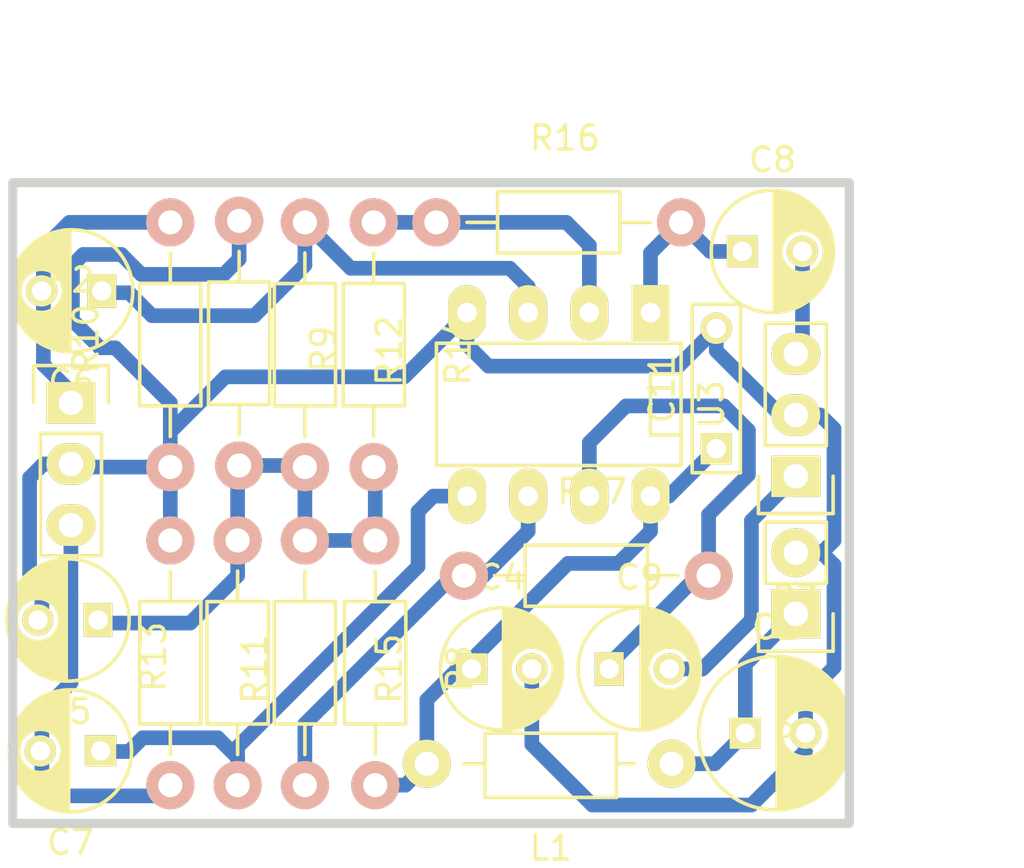
<source format=kicad_pcb>
(kicad_pcb (version 4) (host pcbnew 0.201511171411+6319~30~ubuntu14.04.1-product)

  (general
    (links 40)
    (no_connects 0)
    (area 161.670999 126.174499 196.786501 153.162001)
    (thickness 1.6002)
    (drawings 6)
    (tracks 139)
    (zones 0)
    (modules 23)
    (nets 15)
  )

  (page A4)
  (title_block
    (date "7 feb 2014")
  )

  (layers
    (0 Front signal)
    (31 Back signal)
    (32 B.Adhes user)
    (33 F.Adhes user)
    (34 B.Paste user)
    (35 F.Paste user)
    (36 B.SilkS user)
    (37 F.SilkS user)
    (38 B.Mask user)
    (39 F.Mask user)
    (40 Dwgs.User user)
    (41 Cmts.User user)
    (42 Eco1.User user)
    (43 Eco2.User user)
    (44 Edge.Cuts user)
  )

  (setup
    (last_trace_width 0.6096)
    (trace_clearance 0.254)
    (zone_clearance 0.254)
    (zone_45_only yes)
    (trace_min 0.2032)
    (segment_width 0.381)
    (edge_width 0.381)
    (via_size 0.889)
    (via_drill 0.635)
    (via_min_size 0.889)
    (via_min_drill 0.508)
    (uvia_size 0.508)
    (uvia_drill 0.127)
    (uvias_allowed no)
    (uvia_min_size 0.508)
    (uvia_min_drill 0.127)
    (pcb_text_width 0.3048)
    (pcb_text_size 1.524 2.032)
    (mod_edge_width 0.381)
    (mod_text_size 1.524 1.524)
    (mod_text_width 0.3048)
    (pad_size 1.2 1.4)
    (pad_drill 0.8)
    (pad_to_mask_clearance 0.254)
    (aux_axis_origin 0 0)
    (grid_origin 125.984 85.852)
    (visible_elements FFFEFF7F)
    (pcbplotparams
      (layerselection 0x00030_80000001)
      (usegerberextensions true)
      (excludeedgelayer true)
      (linewidth 0.150000)
      (plotframeref false)
      (viasonmask false)
      (mode 1)
      (useauxorigin false)
      (hpglpennumber 1)
      (hpglpenspeed 20)
      (hpglpendiameter 15)
      (hpglpenoverlay 0)
      (psnegative false)
      (psa4output false)
      (plotreference true)
      (plotvalue true)
      (plotinvisibletext false)
      (padsonsilk false)
      (subtractmaskfromsilk false)
      (outputformat 1)
      (mirror false)
      (drillshape 1)
      (scaleselection 1)
      (outputdirectory /home/nail/tmp/))
  )

  (net 0 "")
  (net 1 +12V)
  (net 2 AGND)
  (net 3 left_in)
  (net 4 left_out)
  (net 5 right_in)
  (net 6 right_out)
  (net 7 /12V_filtered)
  (net 8 /virtual_gnd)
  (net 9 "Net-(C8-Pad1)")
  (net 10 "Net-(C9-Pad1)")
  (net 11 "Net-(R14-Pad1)")
  (net 12 "Net-(R15-Pad2)")
  (net 13 "Net-(C6-Pad1)")
  (net 14 "Net-(C7-Pad1)")

  (net_class Default "This is the default net class."
    (clearance 0.254)
    (trace_width 0.6096)
    (via_dia 0.889)
    (via_drill 0.635)
    (uvia_dia 0.508)
    (uvia_drill 0.127)
    (add_net +12V)
    (add_net /12V_filtered)
    (add_net /virtual_gnd)
    (add_net AGND)
    (add_net "Net-(C6-Pad1)")
    (add_net "Net-(C7-Pad1)")
    (add_net "Net-(C8-Pad1)")
    (add_net "Net-(C9-Pad1)")
    (add_net "Net-(R14-Pad1)")
    (add_net "Net-(R15-Pad2)")
    (add_net left_in)
    (add_net left_out)
    (add_net right_in)
    (add_net right_out)
  )

  (net_class GND ""
    (clearance 0.254)
    (trace_width 1.39192)
    (via_dia 0.889)
    (via_drill 0.635)
    (uvia_dia 0.508)
    (uvia_drill 0.127)
  )

  (module Capacitors_ThroughHole:C_Radial_D5_L11_P2.5 (layer Front) (tedit 0) (tstamp 560E4088)
    (at 180.9115 146.558)
    (descr "Radial Electrolytic Capacitor Diameter 5mm x Length 11mm, Pitch 2.5mm")
    (tags "Electrolytic Capacitor")
    (path /52E56B09)
    (fp_text reference C4 (at 1.25 -3.8) (layer F.SilkS)
      (effects (font (size 1 1) (thickness 0.15)))
    )
    (fp_text value 47m/25V (at 1.25 3.8) (layer F.Fab)
      (effects (font (size 1 1) (thickness 0.15)))
    )
    (fp_line (start 1.325 -2.499) (end 1.325 2.499) (layer F.SilkS) (width 0.15))
    (fp_line (start 1.465 -2.491) (end 1.465 2.491) (layer F.SilkS) (width 0.15))
    (fp_line (start 1.605 -2.475) (end 1.605 -0.095) (layer F.SilkS) (width 0.15))
    (fp_line (start 1.605 0.095) (end 1.605 2.475) (layer F.SilkS) (width 0.15))
    (fp_line (start 1.745 -2.451) (end 1.745 -0.49) (layer F.SilkS) (width 0.15))
    (fp_line (start 1.745 0.49) (end 1.745 2.451) (layer F.SilkS) (width 0.15))
    (fp_line (start 1.885 -2.418) (end 1.885 -0.657) (layer F.SilkS) (width 0.15))
    (fp_line (start 1.885 0.657) (end 1.885 2.418) (layer F.SilkS) (width 0.15))
    (fp_line (start 2.025 -2.377) (end 2.025 -0.764) (layer F.SilkS) (width 0.15))
    (fp_line (start 2.025 0.764) (end 2.025 2.377) (layer F.SilkS) (width 0.15))
    (fp_line (start 2.165 -2.327) (end 2.165 -0.835) (layer F.SilkS) (width 0.15))
    (fp_line (start 2.165 0.835) (end 2.165 2.327) (layer F.SilkS) (width 0.15))
    (fp_line (start 2.305 -2.266) (end 2.305 -0.879) (layer F.SilkS) (width 0.15))
    (fp_line (start 2.305 0.879) (end 2.305 2.266) (layer F.SilkS) (width 0.15))
    (fp_line (start 2.445 -2.196) (end 2.445 -0.898) (layer F.SilkS) (width 0.15))
    (fp_line (start 2.445 0.898) (end 2.445 2.196) (layer F.SilkS) (width 0.15))
    (fp_line (start 2.585 -2.114) (end 2.585 -0.896) (layer F.SilkS) (width 0.15))
    (fp_line (start 2.585 0.896) (end 2.585 2.114) (layer F.SilkS) (width 0.15))
    (fp_line (start 2.725 -2.019) (end 2.725 -0.871) (layer F.SilkS) (width 0.15))
    (fp_line (start 2.725 0.871) (end 2.725 2.019) (layer F.SilkS) (width 0.15))
    (fp_line (start 2.865 -1.908) (end 2.865 -0.823) (layer F.SilkS) (width 0.15))
    (fp_line (start 2.865 0.823) (end 2.865 1.908) (layer F.SilkS) (width 0.15))
    (fp_line (start 3.005 -1.78) (end 3.005 -0.745) (layer F.SilkS) (width 0.15))
    (fp_line (start 3.005 0.745) (end 3.005 1.78) (layer F.SilkS) (width 0.15))
    (fp_line (start 3.145 -1.631) (end 3.145 -0.628) (layer F.SilkS) (width 0.15))
    (fp_line (start 3.145 0.628) (end 3.145 1.631) (layer F.SilkS) (width 0.15))
    (fp_line (start 3.285 -1.452) (end 3.285 -0.44) (layer F.SilkS) (width 0.15))
    (fp_line (start 3.285 0.44) (end 3.285 1.452) (layer F.SilkS) (width 0.15))
    (fp_line (start 3.425 -1.233) (end 3.425 1.233) (layer F.SilkS) (width 0.15))
    (fp_line (start 3.565 -0.944) (end 3.565 0.944) (layer F.SilkS) (width 0.15))
    (fp_line (start 3.705 -0.472) (end 3.705 0.472) (layer F.SilkS) (width 0.15))
    (fp_circle (center 2.5 0) (end 2.5 -0.9) (layer F.SilkS) (width 0.15))
    (fp_circle (center 1.25 0) (end 1.25 -2.5375) (layer F.SilkS) (width 0.15))
    (fp_circle (center 1.25 0) (end 1.25 -2.8) (layer F.CrtYd) (width 0.05))
    (pad 1 thru_hole rect (at 0 0) (size 1.3 1.3) (drill 0.8) (layers *.Cu *.Mask F.SilkS)
      (net 7 /12V_filtered))
    (pad 2 thru_hole circle (at 2.5 0) (size 1.3 1.3) (drill 0.8) (layers *.Cu *.Mask F.SilkS)
      (net 2 AGND))
    (model Capacitors_ThroughHole.3dshapes/C_Radial_D5_L11_P2.5.wrl
      (at (xyz 0.049213 0 0))
      (scale (xyz 1 1 1))
      (rotate (xyz 0 0 90))
    )
  )

  (module Capacitors_ThroughHole:C_Radial_D5_L11_P2.5 (layer Front) (tedit 56153756) (tstamp 560E40E9)
    (at 186.6265 146.558)
    (descr "Radial Electrolytic Capacitor Diameter 5mm x Length 11mm, Pitch 2.5mm")
    (tags "Electrolytic Capacitor")
    (path /52D3D123)
    (fp_text reference C9 (at 1.25 -3.8) (layer F.SilkS)
      (effects (font (size 1 1) (thickness 0.15)))
    )
    (fp_text value 47m/25V (at 1.25 3.8) (layer F.Fab)
      (effects (font (size 1 1) (thickness 0.15)))
    )
    (fp_line (start 1.325 -2.499) (end 1.325 2.499) (layer F.SilkS) (width 0.15))
    (fp_line (start 1.465 -2.491) (end 1.465 2.491) (layer F.SilkS) (width 0.15))
    (fp_line (start 1.605 -2.475) (end 1.605 -0.095) (layer F.SilkS) (width 0.15))
    (fp_line (start 1.605 0.095) (end 1.605 2.475) (layer F.SilkS) (width 0.15))
    (fp_line (start 1.745 -2.451) (end 1.745 -0.49) (layer F.SilkS) (width 0.15))
    (fp_line (start 1.745 0.49) (end 1.745 2.451) (layer F.SilkS) (width 0.15))
    (fp_line (start 1.885 -2.418) (end 1.885 -0.657) (layer F.SilkS) (width 0.15))
    (fp_line (start 1.885 0.657) (end 1.885 2.418) (layer F.SilkS) (width 0.15))
    (fp_line (start 2.025 -2.377) (end 2.025 -0.764) (layer F.SilkS) (width 0.15))
    (fp_line (start 2.025 0.764) (end 2.025 2.377) (layer F.SilkS) (width 0.15))
    (fp_line (start 2.165 -2.327) (end 2.165 -0.835) (layer F.SilkS) (width 0.15))
    (fp_line (start 2.165 0.835) (end 2.165 2.327) (layer F.SilkS) (width 0.15))
    (fp_line (start 2.305 -2.266) (end 2.305 -0.879) (layer F.SilkS) (width 0.15))
    (fp_line (start 2.305 0.879) (end 2.305 2.266) (layer F.SilkS) (width 0.15))
    (fp_line (start 2.445 -2.196) (end 2.445 -0.898) (layer F.SilkS) (width 0.15))
    (fp_line (start 2.445 0.898) (end 2.445 2.196) (layer F.SilkS) (width 0.15))
    (fp_line (start 2.585 -2.114) (end 2.585 -0.896) (layer F.SilkS) (width 0.15))
    (fp_line (start 2.585 0.896) (end 2.585 2.114) (layer F.SilkS) (width 0.15))
    (fp_line (start 2.725 -2.019) (end 2.725 -0.871) (layer F.SilkS) (width 0.15))
    (fp_line (start 2.725 0.871) (end 2.725 2.019) (layer F.SilkS) (width 0.15))
    (fp_line (start 2.865 -1.908) (end 2.865 -0.823) (layer F.SilkS) (width 0.15))
    (fp_line (start 2.865 0.823) (end 2.865 1.908) (layer F.SilkS) (width 0.15))
    (fp_line (start 3.005 -1.78) (end 3.005 -0.745) (layer F.SilkS) (width 0.15))
    (fp_line (start 3.005 0.745) (end 3.005 1.78) (layer F.SilkS) (width 0.15))
    (fp_line (start 3.145 -1.631) (end 3.145 -0.628) (layer F.SilkS) (width 0.15))
    (fp_line (start 3.145 0.628) (end 3.145 1.631) (layer F.SilkS) (width 0.15))
    (fp_line (start 3.285 -1.452) (end 3.285 -0.44) (layer F.SilkS) (width 0.15))
    (fp_line (start 3.285 0.44) (end 3.285 1.452) (layer F.SilkS) (width 0.15))
    (fp_line (start 3.425 -1.233) (end 3.425 1.233) (layer F.SilkS) (width 0.15))
    (fp_line (start 3.565 -0.944) (end 3.565 0.944) (layer F.SilkS) (width 0.15))
    (fp_line (start 3.705 -0.472) (end 3.705 0.472) (layer F.SilkS) (width 0.15))
    (fp_circle (center 2.5 0) (end 2.5 -0.9) (layer F.SilkS) (width 0.15))
    (fp_circle (center 1.25 0) (end 1.25 -2.5375) (layer F.SilkS) (width 0.15))
    (fp_circle (center 1.25 0) (end 1.25 -2.8) (layer F.CrtYd) (width 0.05))
    (pad 1 thru_hole rect (at 0 0) (size 1.2 1.4) (drill 0.8) (layers *.Cu *.Mask F.SilkS)
      (net 10 "Net-(C9-Pad1)"))
    (pad 2 thru_hole circle (at 2.5 0) (size 1.3 1.3) (drill 0.8) (layers *.Cu *.Mask F.SilkS)
      (net 4 left_out))
    (model Capacitors_ThroughHole.3dshapes/C_Radial_D5_L11_P2.5.wrl
      (at (xyz 0.049213 0 0))
      (scale (xyz 1 1 1))
      (rotate (xyz 0 0 90))
    )
  )

  (module Capacitors_ThroughHole:C_Radial_D5_L11_P2.5 (layer Front) (tedit 0) (tstamp 560E40D0)
    (at 192.151 129.2225)
    (descr "Radial Electrolytic Capacitor Diameter 5mm x Length 11mm, Pitch 2.5mm")
    (tags "Electrolytic Capacitor")
    (path /52D3D12D)
    (fp_text reference C8 (at 1.25 -3.8) (layer F.SilkS)
      (effects (font (size 1 1) (thickness 0.15)))
    )
    (fp_text value 47m/25V (at 1.25 3.8) (layer F.Fab)
      (effects (font (size 1 1) (thickness 0.15)))
    )
    (fp_line (start 1.325 -2.499) (end 1.325 2.499) (layer F.SilkS) (width 0.15))
    (fp_line (start 1.465 -2.491) (end 1.465 2.491) (layer F.SilkS) (width 0.15))
    (fp_line (start 1.605 -2.475) (end 1.605 -0.095) (layer F.SilkS) (width 0.15))
    (fp_line (start 1.605 0.095) (end 1.605 2.475) (layer F.SilkS) (width 0.15))
    (fp_line (start 1.745 -2.451) (end 1.745 -0.49) (layer F.SilkS) (width 0.15))
    (fp_line (start 1.745 0.49) (end 1.745 2.451) (layer F.SilkS) (width 0.15))
    (fp_line (start 1.885 -2.418) (end 1.885 -0.657) (layer F.SilkS) (width 0.15))
    (fp_line (start 1.885 0.657) (end 1.885 2.418) (layer F.SilkS) (width 0.15))
    (fp_line (start 2.025 -2.377) (end 2.025 -0.764) (layer F.SilkS) (width 0.15))
    (fp_line (start 2.025 0.764) (end 2.025 2.377) (layer F.SilkS) (width 0.15))
    (fp_line (start 2.165 -2.327) (end 2.165 -0.835) (layer F.SilkS) (width 0.15))
    (fp_line (start 2.165 0.835) (end 2.165 2.327) (layer F.SilkS) (width 0.15))
    (fp_line (start 2.305 -2.266) (end 2.305 -0.879) (layer F.SilkS) (width 0.15))
    (fp_line (start 2.305 0.879) (end 2.305 2.266) (layer F.SilkS) (width 0.15))
    (fp_line (start 2.445 -2.196) (end 2.445 -0.898) (layer F.SilkS) (width 0.15))
    (fp_line (start 2.445 0.898) (end 2.445 2.196) (layer F.SilkS) (width 0.15))
    (fp_line (start 2.585 -2.114) (end 2.585 -0.896) (layer F.SilkS) (width 0.15))
    (fp_line (start 2.585 0.896) (end 2.585 2.114) (layer F.SilkS) (width 0.15))
    (fp_line (start 2.725 -2.019) (end 2.725 -0.871) (layer F.SilkS) (width 0.15))
    (fp_line (start 2.725 0.871) (end 2.725 2.019) (layer F.SilkS) (width 0.15))
    (fp_line (start 2.865 -1.908) (end 2.865 -0.823) (layer F.SilkS) (width 0.15))
    (fp_line (start 2.865 0.823) (end 2.865 1.908) (layer F.SilkS) (width 0.15))
    (fp_line (start 3.005 -1.78) (end 3.005 -0.745) (layer F.SilkS) (width 0.15))
    (fp_line (start 3.005 0.745) (end 3.005 1.78) (layer F.SilkS) (width 0.15))
    (fp_line (start 3.145 -1.631) (end 3.145 -0.628) (layer F.SilkS) (width 0.15))
    (fp_line (start 3.145 0.628) (end 3.145 1.631) (layer F.SilkS) (width 0.15))
    (fp_line (start 3.285 -1.452) (end 3.285 -0.44) (layer F.SilkS) (width 0.15))
    (fp_line (start 3.285 0.44) (end 3.285 1.452) (layer F.SilkS) (width 0.15))
    (fp_line (start 3.425 -1.233) (end 3.425 1.233) (layer F.SilkS) (width 0.15))
    (fp_line (start 3.565 -0.944) (end 3.565 0.944) (layer F.SilkS) (width 0.15))
    (fp_line (start 3.705 -0.472) (end 3.705 0.472) (layer F.SilkS) (width 0.15))
    (fp_circle (center 2.5 0) (end 2.5 -0.9) (layer F.SilkS) (width 0.15))
    (fp_circle (center 1.25 0) (end 1.25 -2.5375) (layer F.SilkS) (width 0.15))
    (fp_circle (center 1.25 0) (end 1.25 -2.8) (layer F.CrtYd) (width 0.05))
    (pad 1 thru_hole rect (at 0 0) (size 1.3 1.3) (drill 0.8) (layers *.Cu *.Mask F.SilkS)
      (net 9 "Net-(C8-Pad1)"))
    (pad 2 thru_hole circle (at 2.5 0) (size 1.3 1.3) (drill 0.8) (layers *.Cu *.Mask F.SilkS)
      (net 6 right_out))
    (model Capacitors_ThroughHole.3dshapes/C_Radial_D5_L11_P2.5.wrl
      (at (xyz 0.049213 0 0))
      (scale (xyz 1 1 1))
      (rotate (xyz 0 0 90))
    )
  )

  (module Capacitors_ThroughHole:C_Radial_D5_L11_P2.5 (layer Front) (tedit 0) (tstamp 560E40B7)
    (at 165.5064 149.9616 180)
    (descr "Radial Electrolytic Capacitor Diameter 5mm x Length 11mm, Pitch 2.5mm")
    (tags "Electrolytic Capacitor")
    (path /52D3C91A)
    (fp_text reference C7 (at 1.25 -3.8 180) (layer F.SilkS)
      (effects (font (size 1 1) (thickness 0.15)))
    )
    (fp_text value 10m/16V (at 1.25 3.8 180) (layer F.Fab)
      (effects (font (size 1 1) (thickness 0.15)))
    )
    (fp_line (start 1.325 -2.499) (end 1.325 2.499) (layer F.SilkS) (width 0.15))
    (fp_line (start 1.465 -2.491) (end 1.465 2.491) (layer F.SilkS) (width 0.15))
    (fp_line (start 1.605 -2.475) (end 1.605 -0.095) (layer F.SilkS) (width 0.15))
    (fp_line (start 1.605 0.095) (end 1.605 2.475) (layer F.SilkS) (width 0.15))
    (fp_line (start 1.745 -2.451) (end 1.745 -0.49) (layer F.SilkS) (width 0.15))
    (fp_line (start 1.745 0.49) (end 1.745 2.451) (layer F.SilkS) (width 0.15))
    (fp_line (start 1.885 -2.418) (end 1.885 -0.657) (layer F.SilkS) (width 0.15))
    (fp_line (start 1.885 0.657) (end 1.885 2.418) (layer F.SilkS) (width 0.15))
    (fp_line (start 2.025 -2.377) (end 2.025 -0.764) (layer F.SilkS) (width 0.15))
    (fp_line (start 2.025 0.764) (end 2.025 2.377) (layer F.SilkS) (width 0.15))
    (fp_line (start 2.165 -2.327) (end 2.165 -0.835) (layer F.SilkS) (width 0.15))
    (fp_line (start 2.165 0.835) (end 2.165 2.327) (layer F.SilkS) (width 0.15))
    (fp_line (start 2.305 -2.266) (end 2.305 -0.879) (layer F.SilkS) (width 0.15))
    (fp_line (start 2.305 0.879) (end 2.305 2.266) (layer F.SilkS) (width 0.15))
    (fp_line (start 2.445 -2.196) (end 2.445 -0.898) (layer F.SilkS) (width 0.15))
    (fp_line (start 2.445 0.898) (end 2.445 2.196) (layer F.SilkS) (width 0.15))
    (fp_line (start 2.585 -2.114) (end 2.585 -0.896) (layer F.SilkS) (width 0.15))
    (fp_line (start 2.585 0.896) (end 2.585 2.114) (layer F.SilkS) (width 0.15))
    (fp_line (start 2.725 -2.019) (end 2.725 -0.871) (layer F.SilkS) (width 0.15))
    (fp_line (start 2.725 0.871) (end 2.725 2.019) (layer F.SilkS) (width 0.15))
    (fp_line (start 2.865 -1.908) (end 2.865 -0.823) (layer F.SilkS) (width 0.15))
    (fp_line (start 2.865 0.823) (end 2.865 1.908) (layer F.SilkS) (width 0.15))
    (fp_line (start 3.005 -1.78) (end 3.005 -0.745) (layer F.SilkS) (width 0.15))
    (fp_line (start 3.005 0.745) (end 3.005 1.78) (layer F.SilkS) (width 0.15))
    (fp_line (start 3.145 -1.631) (end 3.145 -0.628) (layer F.SilkS) (width 0.15))
    (fp_line (start 3.145 0.628) (end 3.145 1.631) (layer F.SilkS) (width 0.15))
    (fp_line (start 3.285 -1.452) (end 3.285 -0.44) (layer F.SilkS) (width 0.15))
    (fp_line (start 3.285 0.44) (end 3.285 1.452) (layer F.SilkS) (width 0.15))
    (fp_line (start 3.425 -1.233) (end 3.425 1.233) (layer F.SilkS) (width 0.15))
    (fp_line (start 3.565 -0.944) (end 3.565 0.944) (layer F.SilkS) (width 0.15))
    (fp_line (start 3.705 -0.472) (end 3.705 0.472) (layer F.SilkS) (width 0.15))
    (fp_circle (center 2.5 0) (end 2.5 -0.9) (layer F.SilkS) (width 0.15))
    (fp_circle (center 1.25 0) (end 1.25 -2.5375) (layer F.SilkS) (width 0.15))
    (fp_circle (center 1.25 0) (end 1.25 -2.8) (layer F.CrtYd) (width 0.05))
    (pad 1 thru_hole rect (at 0 0 180) (size 1.3 1.3) (drill 0.8) (layers *.Cu *.Mask F.SilkS)
      (net 14 "Net-(C7-Pad1)"))
    (pad 2 thru_hole circle (at 2.5 0 180) (size 1.3 1.3) (drill 0.8) (layers *.Cu *.Mask F.SilkS)
      (net 3 left_in))
    (model Capacitors_ThroughHole.3dshapes/C_Radial_D5_L11_P2.5.wrl
      (at (xyz 0.049213 0 0))
      (scale (xyz 1 1 1))
      (rotate (xyz 0 0 90))
    )
  )

  (module Capacitors_ThroughHole:C_Radial_D5_L11_P2.5 (layer Front) (tedit 561537BC) (tstamp 560E409E)
    (at 165.5572 130.8608 180)
    (descr "Radial Electrolytic Capacitor Diameter 5mm x Length 11mm, Pitch 2.5mm")
    (tags "Electrolytic Capacitor")
    (path /52D3C8BA)
    (fp_text reference C6 (at 1.25 -3.8 180) (layer F.SilkS)
      (effects (font (size 1 1) (thickness 0.15)))
    )
    (fp_text value 10m/16V (at 1.25 3.8 180) (layer F.Fab)
      (effects (font (size 1 1) (thickness 0.15)))
    )
    (fp_line (start 1.325 -2.499) (end 1.325 2.499) (layer F.SilkS) (width 0.15))
    (fp_line (start 1.465 -2.491) (end 1.465 2.491) (layer F.SilkS) (width 0.15))
    (fp_line (start 1.605 -2.475) (end 1.605 -0.095) (layer F.SilkS) (width 0.15))
    (fp_line (start 1.605 0.095) (end 1.605 2.475) (layer F.SilkS) (width 0.15))
    (fp_line (start 1.745 -2.451) (end 1.745 -0.49) (layer F.SilkS) (width 0.15))
    (fp_line (start 1.745 0.49) (end 1.745 2.451) (layer F.SilkS) (width 0.15))
    (fp_line (start 1.885 -2.418) (end 1.885 -0.657) (layer F.SilkS) (width 0.15))
    (fp_line (start 1.885 0.657) (end 1.885 2.418) (layer F.SilkS) (width 0.15))
    (fp_line (start 2.025 -2.377) (end 2.025 -0.764) (layer F.SilkS) (width 0.15))
    (fp_line (start 2.025 0.764) (end 2.025 2.377) (layer F.SilkS) (width 0.15))
    (fp_line (start 2.165 -2.327) (end 2.165 -0.835) (layer F.SilkS) (width 0.15))
    (fp_line (start 2.165 0.835) (end 2.165 2.327) (layer F.SilkS) (width 0.15))
    (fp_line (start 2.305 -2.266) (end 2.305 -0.879) (layer F.SilkS) (width 0.15))
    (fp_line (start 2.305 0.879) (end 2.305 2.266) (layer F.SilkS) (width 0.15))
    (fp_line (start 2.445 -2.196) (end 2.445 -0.898) (layer F.SilkS) (width 0.15))
    (fp_line (start 2.445 0.898) (end 2.445 2.196) (layer F.SilkS) (width 0.15))
    (fp_line (start 2.585 -2.114) (end 2.585 -0.896) (layer F.SilkS) (width 0.15))
    (fp_line (start 2.585 0.896) (end 2.585 2.114) (layer F.SilkS) (width 0.15))
    (fp_line (start 2.725 -2.019) (end 2.725 -0.871) (layer F.SilkS) (width 0.15))
    (fp_line (start 2.725 0.871) (end 2.725 2.019) (layer F.SilkS) (width 0.15))
    (fp_line (start 2.865 -1.908) (end 2.865 -0.823) (layer F.SilkS) (width 0.15))
    (fp_line (start 2.865 0.823) (end 2.865 1.908) (layer F.SilkS) (width 0.15))
    (fp_line (start 3.005 -1.78) (end 3.005 -0.745) (layer F.SilkS) (width 0.15))
    (fp_line (start 3.005 0.745) (end 3.005 1.78) (layer F.SilkS) (width 0.15))
    (fp_line (start 3.145 -1.631) (end 3.145 -0.628) (layer F.SilkS) (width 0.15))
    (fp_line (start 3.145 0.628) (end 3.145 1.631) (layer F.SilkS) (width 0.15))
    (fp_line (start 3.285 -1.452) (end 3.285 -0.44) (layer F.SilkS) (width 0.15))
    (fp_line (start 3.285 0.44) (end 3.285 1.452) (layer F.SilkS) (width 0.15))
    (fp_line (start 3.425 -1.233) (end 3.425 1.233) (layer F.SilkS) (width 0.15))
    (fp_line (start 3.565 -0.944) (end 3.565 0.944) (layer F.SilkS) (width 0.15))
    (fp_line (start 3.705 -0.472) (end 3.705 0.472) (layer F.SilkS) (width 0.15))
    (fp_circle (center 2.5 0) (end 2.5 -0.9) (layer F.SilkS) (width 0.15))
    (fp_circle (center 1.25 0) (end 1.25 -2.5375) (layer F.SilkS) (width 0.15))
    (fp_circle (center 1.25 0) (end 1.25 -2.8) (layer F.CrtYd) (width 0.05))
    (pad 1 thru_hole rect (at 0 0 180) (size 1.2 1.4) (drill 0.8) (layers *.Cu *.Mask F.SilkS)
      (net 13 "Net-(C6-Pad1)"))
    (pad 2 thru_hole circle (at 2.5 0 180) (size 1.3 1.3) (drill 0.8) (layers *.Cu *.Mask F.SilkS)
      (net 5 right_in))
    (model Capacitors_ThroughHole.3dshapes/C_Radial_D5_L11_P2.5.wrl
      (at (xyz 0.049213 0 0))
      (scale (xyz 1 1 1))
      (rotate (xyz 0 0 90))
    )
  )

  (module Pin_Headers:Pin_Header_Straight_1x03 (layer Front) (tedit 0) (tstamp 560E65B3)
    (at 164.2745 135.509)
    (descr "Through hole pin header")
    (tags "pin header")
    (path /54F9D9C9)
    (fp_text reference P2 (at 0 -5.1) (layer F.SilkS)
      (effects (font (size 1 1) (thickness 0.15)))
    )
    (fp_text value CONN_01X03 (at 0 -3.1) (layer F.Fab)
      (effects (font (size 1 1) (thickness 0.15)))
    )
    (fp_line (start -1.75 -1.75) (end -1.75 6.85) (layer F.CrtYd) (width 0.05))
    (fp_line (start 1.75 -1.75) (end 1.75 6.85) (layer F.CrtYd) (width 0.05))
    (fp_line (start -1.75 -1.75) (end 1.75 -1.75) (layer F.CrtYd) (width 0.05))
    (fp_line (start -1.75 6.85) (end 1.75 6.85) (layer F.CrtYd) (width 0.05))
    (fp_line (start -1.27 1.27) (end -1.27 6.35) (layer F.SilkS) (width 0.15))
    (fp_line (start -1.27 6.35) (end 1.27 6.35) (layer F.SilkS) (width 0.15))
    (fp_line (start 1.27 6.35) (end 1.27 1.27) (layer F.SilkS) (width 0.15))
    (fp_line (start 1.55 -1.55) (end 1.55 0) (layer F.SilkS) (width 0.15))
    (fp_line (start 1.27 1.27) (end -1.27 1.27) (layer F.SilkS) (width 0.15))
    (fp_line (start -1.55 0) (end -1.55 -1.55) (layer F.SilkS) (width 0.15))
    (fp_line (start -1.55 -1.55) (end 1.55 -1.55) (layer F.SilkS) (width 0.15))
    (pad 1 thru_hole rect (at 0 0) (size 2.032 1.7272) (drill 1.016) (layers *.Cu *.Mask F.SilkS)
      (net 5 right_in))
    (pad 2 thru_hole oval (at 0 2.54) (size 2.032 1.7272) (drill 1.016) (layers *.Cu *.Mask F.SilkS)
      (net 2 AGND))
    (pad 3 thru_hole oval (at 0 5.08) (size 2.032 1.7272) (drill 1.016) (layers *.Cu *.Mask F.SilkS)
      (net 3 left_in))
    (model Pin_Headers.3dshapes/Pin_Header_Straight_1x03.wrl
      (at (xyz 0 -0.1 0))
      (scale (xyz 1 1 1))
      (rotate (xyz 0 0 90))
    )
  )

  (module Pin_Headers:Pin_Header_Straight_1x03 (layer Front) (tedit 0) (tstamp 560E65C5)
    (at 194.3735 138.557 180)
    (descr "Through hole pin header")
    (tags "pin header")
    (path /54F9D72B)
    (fp_text reference P3 (at 0 -5.1 180) (layer F.SilkS)
      (effects (font (size 1 1) (thickness 0.15)))
    )
    (fp_text value CONN_01X03 (at 0 -3.1 180) (layer F.Fab)
      (effects (font (size 1 1) (thickness 0.15)))
    )
    (fp_line (start -1.75 -1.75) (end -1.75 6.85) (layer F.CrtYd) (width 0.05))
    (fp_line (start 1.75 -1.75) (end 1.75 6.85) (layer F.CrtYd) (width 0.05))
    (fp_line (start -1.75 -1.75) (end 1.75 -1.75) (layer F.CrtYd) (width 0.05))
    (fp_line (start -1.75 6.85) (end 1.75 6.85) (layer F.CrtYd) (width 0.05))
    (fp_line (start -1.27 1.27) (end -1.27 6.35) (layer F.SilkS) (width 0.15))
    (fp_line (start -1.27 6.35) (end 1.27 6.35) (layer F.SilkS) (width 0.15))
    (fp_line (start 1.27 6.35) (end 1.27 1.27) (layer F.SilkS) (width 0.15))
    (fp_line (start 1.55 -1.55) (end 1.55 0) (layer F.SilkS) (width 0.15))
    (fp_line (start 1.27 1.27) (end -1.27 1.27) (layer F.SilkS) (width 0.15))
    (fp_line (start -1.55 0) (end -1.55 -1.55) (layer F.SilkS) (width 0.15))
    (fp_line (start -1.55 -1.55) (end 1.55 -1.55) (layer F.SilkS) (width 0.15))
    (pad 1 thru_hole rect (at 0 0 180) (size 2.032 1.7272) (drill 1.016) (layers *.Cu *.Mask F.SilkS)
      (net 4 left_out))
    (pad 2 thru_hole oval (at 0 2.54 180) (size 2.032 1.7272) (drill 1.016) (layers *.Cu *.Mask F.SilkS)
      (net 2 AGND))
    (pad 3 thru_hole oval (at 0 5.08 180) (size 2.032 1.7272) (drill 1.016) (layers *.Cu *.Mask F.SilkS)
      (net 6 right_out))
    (model Pin_Headers.3dshapes/Pin_Header_Straight_1x03.wrl
      (at (xyz 0 -0.1 0))
      (scale (xyz 1 1 1))
      (rotate (xyz 0 0 90))
    )
  )

  (module Pin_Headers:Pin_Header_Straight_1x02 (layer Front) (tedit 54EA090C) (tstamp 560E65D6)
    (at 194.3735 144.272 180)
    (descr "Through hole pin header")
    (tags "pin header")
    (path /54F9CC01)
    (fp_text reference P4 (at 0 -5.1 180) (layer F.SilkS)
      (effects (font (size 1 1) (thickness 0.15)))
    )
    (fp_text value CONN_01X02 (at 0 -3.1 180) (layer F.Fab)
      (effects (font (size 1 1) (thickness 0.15)))
    )
    (fp_line (start 1.27 1.27) (end 1.27 3.81) (layer F.SilkS) (width 0.15))
    (fp_line (start 1.55 -1.55) (end 1.55 0) (layer F.SilkS) (width 0.15))
    (fp_line (start -1.75 -1.75) (end -1.75 4.3) (layer F.CrtYd) (width 0.05))
    (fp_line (start 1.75 -1.75) (end 1.75 4.3) (layer F.CrtYd) (width 0.05))
    (fp_line (start -1.75 -1.75) (end 1.75 -1.75) (layer F.CrtYd) (width 0.05))
    (fp_line (start -1.75 4.3) (end 1.75 4.3) (layer F.CrtYd) (width 0.05))
    (fp_line (start 1.27 1.27) (end -1.27 1.27) (layer F.SilkS) (width 0.15))
    (fp_line (start -1.55 0) (end -1.55 -1.55) (layer F.SilkS) (width 0.15))
    (fp_line (start -1.55 -1.55) (end 1.55 -1.55) (layer F.SilkS) (width 0.15))
    (fp_line (start -1.27 1.27) (end -1.27 3.81) (layer F.SilkS) (width 0.15))
    (fp_line (start -1.27 3.81) (end 1.27 3.81) (layer F.SilkS) (width 0.15))
    (pad 1 thru_hole rect (at 0 0 180) (size 2.032 2.032) (drill 1.016) (layers *.Cu *.Mask F.SilkS)
      (net 1 +12V))
    (pad 2 thru_hole oval (at 0 2.54 180) (size 2.032 2.032) (drill 1.016) (layers *.Cu *.Mask F.SilkS)
      (net 2 AGND))
    (model Pin_Headers.3dshapes/Pin_Header_Straight_1x02.wrl
      (at (xyz 0 -0.05 0))
      (scale (xyz 1 1 1))
      (rotate (xyz 0 0 90))
    )
  )

  (module Capacitors_ThroughHole:C_Radial_D6.3_L11.2_P2.5 (layer Front) (tedit 0) (tstamp 560E405A)
    (at 192.278 149.225)
    (descr "Radial Electrolytic Capacitor, Diameter 6.3mm x Length 11.2mm, Pitch 2.5mm")
    (tags "Electrolytic Capacitor")
    (path /52E771C6)
    (fp_text reference C1 (at 1.25 -4.4) (layer F.SilkS)
      (effects (font (size 1 1) (thickness 0.15)))
    )
    (fp_text value 100m/25V (at 1.25 4.4) (layer F.Fab)
      (effects (font (size 1 1) (thickness 0.15)))
    )
    (fp_line (start 1.325 -3.149) (end 1.325 3.149) (layer F.SilkS) (width 0.15))
    (fp_line (start 1.465 -3.143) (end 1.465 3.143) (layer F.SilkS) (width 0.15))
    (fp_line (start 1.605 -3.13) (end 1.605 -0.446) (layer F.SilkS) (width 0.15))
    (fp_line (start 1.605 0.446) (end 1.605 3.13) (layer F.SilkS) (width 0.15))
    (fp_line (start 1.745 -3.111) (end 1.745 -0.656) (layer F.SilkS) (width 0.15))
    (fp_line (start 1.745 0.656) (end 1.745 3.111) (layer F.SilkS) (width 0.15))
    (fp_line (start 1.885 -3.085) (end 1.885 -0.789) (layer F.SilkS) (width 0.15))
    (fp_line (start 1.885 0.789) (end 1.885 3.085) (layer F.SilkS) (width 0.15))
    (fp_line (start 2.025 -3.053) (end 2.025 -0.88) (layer F.SilkS) (width 0.15))
    (fp_line (start 2.025 0.88) (end 2.025 3.053) (layer F.SilkS) (width 0.15))
    (fp_line (start 2.165 -3.014) (end 2.165 -0.942) (layer F.SilkS) (width 0.15))
    (fp_line (start 2.165 0.942) (end 2.165 3.014) (layer F.SilkS) (width 0.15))
    (fp_line (start 2.305 -2.968) (end 2.305 -0.981) (layer F.SilkS) (width 0.15))
    (fp_line (start 2.305 0.981) (end 2.305 2.968) (layer F.SilkS) (width 0.15))
    (fp_line (start 2.445 -2.915) (end 2.445 -0.998) (layer F.SilkS) (width 0.15))
    (fp_line (start 2.445 0.998) (end 2.445 2.915) (layer F.SilkS) (width 0.15))
    (fp_line (start 2.585 -2.853) (end 2.585 -0.996) (layer F.SilkS) (width 0.15))
    (fp_line (start 2.585 0.996) (end 2.585 2.853) (layer F.SilkS) (width 0.15))
    (fp_line (start 2.725 -2.783) (end 2.725 -0.974) (layer F.SilkS) (width 0.15))
    (fp_line (start 2.725 0.974) (end 2.725 2.783) (layer F.SilkS) (width 0.15))
    (fp_line (start 2.865 -2.704) (end 2.865 -0.931) (layer F.SilkS) (width 0.15))
    (fp_line (start 2.865 0.931) (end 2.865 2.704) (layer F.SilkS) (width 0.15))
    (fp_line (start 3.005 -2.616) (end 3.005 -0.863) (layer F.SilkS) (width 0.15))
    (fp_line (start 3.005 0.863) (end 3.005 2.616) (layer F.SilkS) (width 0.15))
    (fp_line (start 3.145 -2.516) (end 3.145 -0.764) (layer F.SilkS) (width 0.15))
    (fp_line (start 3.145 0.764) (end 3.145 2.516) (layer F.SilkS) (width 0.15))
    (fp_line (start 3.285 -2.404) (end 3.285 -0.619) (layer F.SilkS) (width 0.15))
    (fp_line (start 3.285 0.619) (end 3.285 2.404) (layer F.SilkS) (width 0.15))
    (fp_line (start 3.425 -2.279) (end 3.425 -0.38) (layer F.SilkS) (width 0.15))
    (fp_line (start 3.425 0.38) (end 3.425 2.279) (layer F.SilkS) (width 0.15))
    (fp_line (start 3.565 -2.136) (end 3.565 2.136) (layer F.SilkS) (width 0.15))
    (fp_line (start 3.705 -1.974) (end 3.705 1.974) (layer F.SilkS) (width 0.15))
    (fp_line (start 3.845 -1.786) (end 3.845 1.786) (layer F.SilkS) (width 0.15))
    (fp_line (start 3.985 -1.563) (end 3.985 1.563) (layer F.SilkS) (width 0.15))
    (fp_line (start 4.125 -1.287) (end 4.125 1.287) (layer F.SilkS) (width 0.15))
    (fp_line (start 4.265 -0.912) (end 4.265 0.912) (layer F.SilkS) (width 0.15))
    (fp_circle (center 2.5 0) (end 2.5 -1) (layer F.SilkS) (width 0.15))
    (fp_circle (center 1.25 0) (end 1.25 -3.1875) (layer F.SilkS) (width 0.15))
    (fp_circle (center 1.25 0) (end 1.25 -3.4) (layer F.CrtYd) (width 0.05))
    (pad 2 thru_hole circle (at 2.5 0) (size 1.3 1.3) (drill 0.8) (layers *.Cu *.Mask F.SilkS)
      (net 2 AGND))
    (pad 1 thru_hole rect (at 0 0) (size 1.3 1.3) (drill 0.8) (layers *.Cu *.Mask F.SilkS)
      (net 1 +12V))
    (model Capacitors_ThroughHole.3dshapes/C_Radial_D6.3_L11.2_P2.5.wrl
      (at (xyz 0 0 0))
      (scale (xyz 1 1 1))
      (rotate (xyz 0 0 0))
    )
  )

  (module Resistors_ThroughHole:Resistor_Horizontal_RM10mm (layer Front) (tedit 53F56209) (tstamp 560E419C)
    (at 185.674 142.6845)
    (descr "Resistor, Axial,  RM 10mm, 1/3W,")
    (tags "Resistor, Axial, RM 10mm, 1/3W,")
    (path /52D3CE44)
    (fp_text reference R17 (at 0.24892 -3.50012) (layer F.SilkS)
      (effects (font (size 1 1) (thickness 0.15)))
    )
    (fp_text value 7M5 (at 3.81 3.81) (layer F.Fab)
      (effects (font (size 1 1) (thickness 0.15)))
    )
    (fp_line (start -2.54 -1.27) (end 2.54 -1.27) (layer F.SilkS) (width 0.15))
    (fp_line (start 2.54 -1.27) (end 2.54 1.27) (layer F.SilkS) (width 0.15))
    (fp_line (start 2.54 1.27) (end -2.54 1.27) (layer F.SilkS) (width 0.15))
    (fp_line (start -2.54 1.27) (end -2.54 -1.27) (layer F.SilkS) (width 0.15))
    (fp_line (start -2.54 0) (end -3.81 0) (layer F.SilkS) (width 0.15))
    (fp_line (start 2.54 0) (end 3.81 0) (layer F.SilkS) (width 0.15))
    (pad 1 thru_hole circle (at -5.08 0) (size 1.99898 1.99898) (drill 1.00076) (layers *.Cu *.SilkS *.Mask)
      (net 12 "Net-(R15-Pad2)"))
    (pad 2 thru_hole circle (at 5.08 0) (size 1.99898 1.99898) (drill 1.00076) (layers *.Cu *.SilkS *.Mask)
      (net 10 "Net-(C9-Pad1)"))
    (model Resistors_ThroughHole.3dshapes/Resistor_Horizontal_RM10mm.wrl
      (at (xyz 0 0 0))
      (scale (xyz 0.4 0.4 0.4))
      (rotate (xyz 0 0 0))
    )
  )

  (module Resistors_ThroughHole:Resistor_Horizontal_RM10mm (layer Front) (tedit 53F56209) (tstamp 560E4191)
    (at 184.531 128.016)
    (descr "Resistor, Axial,  RM 10mm, 1/3W,")
    (tags "Resistor, Axial, RM 10mm, 1/3W,")
    (path /52D3CE2F)
    (fp_text reference R16 (at 0.24892 -3.50012) (layer F.SilkS)
      (effects (font (size 1 1) (thickness 0.15)))
    )
    (fp_text value 7M5 (at 3.81 3.81) (layer F.Fab)
      (effects (font (size 1 1) (thickness 0.15)))
    )
    (fp_line (start -2.54 -1.27) (end 2.54 -1.27) (layer F.SilkS) (width 0.15))
    (fp_line (start 2.54 -1.27) (end 2.54 1.27) (layer F.SilkS) (width 0.15))
    (fp_line (start 2.54 1.27) (end -2.54 1.27) (layer F.SilkS) (width 0.15))
    (fp_line (start -2.54 1.27) (end -2.54 -1.27) (layer F.SilkS) (width 0.15))
    (fp_line (start -2.54 0) (end -3.81 0) (layer F.SilkS) (width 0.15))
    (fp_line (start 2.54 0) (end 3.81 0) (layer F.SilkS) (width 0.15))
    (pad 1 thru_hole circle (at -5.08 0) (size 1.99898 1.99898) (drill 1.00076) (layers *.Cu *.SilkS *.Mask)
      (net 11 "Net-(R14-Pad1)"))
    (pad 2 thru_hole circle (at 5.08 0) (size 1.99898 1.99898) (drill 1.00076) (layers *.Cu *.SilkS *.Mask)
      (net 9 "Net-(C8-Pad1)"))
    (model Resistors_ThroughHole.3dshapes/Resistor_Horizontal_RM10mm.wrl
      (at (xyz 0 0 0))
      (scale (xyz 0.4 0.4 0.4))
      (rotate (xyz 0 0 0))
    )
  )

  (module Resistors_ThroughHole:Resistor_Horizontal_RM10mm (layer Front) (tedit 53F56209) (tstamp 560E4186)
    (at 173.99 146.304 270)
    (descr "Resistor, Axial,  RM 10mm, 1/3W,")
    (tags "Resistor, Axial, RM 10mm, 1/3W,")
    (path /52D3CE54)
    (fp_text reference R15 (at 0.24892 -3.50012 270) (layer F.SilkS)
      (effects (font (size 1 1) (thickness 0.15)))
    )
    (fp_text value 330k (at 3.81 3.81 270) (layer F.Fab)
      (effects (font (size 1 1) (thickness 0.15)))
    )
    (fp_line (start -2.54 -1.27) (end 2.54 -1.27) (layer F.SilkS) (width 0.15))
    (fp_line (start 2.54 -1.27) (end 2.54 1.27) (layer F.SilkS) (width 0.15))
    (fp_line (start 2.54 1.27) (end -2.54 1.27) (layer F.SilkS) (width 0.15))
    (fp_line (start -2.54 1.27) (end -2.54 -1.27) (layer F.SilkS) (width 0.15))
    (fp_line (start -2.54 0) (end -3.81 0) (layer F.SilkS) (width 0.15))
    (fp_line (start 2.54 0) (end 3.81 0) (layer F.SilkS) (width 0.15))
    (pad 1 thru_hole circle (at -5.08 0 270) (size 1.99898 1.99898) (drill 1.00076) (layers *.Cu *.SilkS *.Mask)
      (net 8 /virtual_gnd))
    (pad 2 thru_hole circle (at 5.08 0 270) (size 1.99898 1.99898) (drill 1.00076) (layers *.Cu *.SilkS *.Mask)
      (net 12 "Net-(R15-Pad2)"))
    (model Resistors_ThroughHole.3dshapes/Resistor_Horizontal_RM10mm.wrl
      (at (xyz 0 0 0))
      (scale (xyz 0.4 0.4 0.4))
      (rotate (xyz 0 0 0))
    )
  )

  (module Resistors_ThroughHole:Resistor_Horizontal_RM10mm (layer Front) (tedit 53F56209) (tstamp 560E417B)
    (at 176.8475 133.096 270)
    (descr "Resistor, Axial,  RM 10mm, 1/3W,")
    (tags "Resistor, Axial, RM 10mm, 1/3W,")
    (path /52D3CE47)
    (fp_text reference R14 (at 0.24892 -3.50012 270) (layer F.SilkS)
      (effects (font (size 1 1) (thickness 0.15)))
    )
    (fp_text value 330k (at 3.81 3.81 270) (layer F.Fab)
      (effects (font (size 1 1) (thickness 0.15)))
    )
    (fp_line (start -2.54 -1.27) (end 2.54 -1.27) (layer F.SilkS) (width 0.15))
    (fp_line (start 2.54 -1.27) (end 2.54 1.27) (layer F.SilkS) (width 0.15))
    (fp_line (start 2.54 1.27) (end -2.54 1.27) (layer F.SilkS) (width 0.15))
    (fp_line (start -2.54 1.27) (end -2.54 -1.27) (layer F.SilkS) (width 0.15))
    (fp_line (start -2.54 0) (end -3.81 0) (layer F.SilkS) (width 0.15))
    (fp_line (start 2.54 0) (end 3.81 0) (layer F.SilkS) (width 0.15))
    (pad 1 thru_hole circle (at -5.08 0 270) (size 1.99898 1.99898) (drill 1.00076) (layers *.Cu *.SilkS *.Mask)
      (net 11 "Net-(R14-Pad1)"))
    (pad 2 thru_hole circle (at 5.08 0 270) (size 1.99898 1.99898) (drill 1.00076) (layers *.Cu *.SilkS *.Mask)
      (net 8 /virtual_gnd))
    (model Resistors_ThroughHole.3dshapes/Resistor_Horizontal_RM10mm.wrl
      (at (xyz 0 0 0))
      (scale (xyz 0.4 0.4 0.4))
      (rotate (xyz 0 0 0))
    )
  )

  (module Resistors_ThroughHole:Resistor_Horizontal_RM10mm (layer Front) (tedit 53F56209) (tstamp 560E4170)
    (at 171.196 146.304 90)
    (descr "Resistor, Axial,  RM 10mm, 1/3W,")
    (tags "Resistor, Axial, RM 10mm, 1/3W,")
    (path /52D3CF91)
    (fp_text reference R13 (at 0.24892 -3.50012 90) (layer F.SilkS)
      (effects (font (size 1 1) (thickness 0.15)))
    )
    (fp_text value 100k (at 3.81 3.81 90) (layer F.Fab)
      (effects (font (size 1 1) (thickness 0.15)))
    )
    (fp_line (start -2.54 -1.27) (end 2.54 -1.27) (layer F.SilkS) (width 0.15))
    (fp_line (start 2.54 -1.27) (end 2.54 1.27) (layer F.SilkS) (width 0.15))
    (fp_line (start 2.54 1.27) (end -2.54 1.27) (layer F.SilkS) (width 0.15))
    (fp_line (start -2.54 1.27) (end -2.54 -1.27) (layer F.SilkS) (width 0.15))
    (fp_line (start -2.54 0) (end -3.81 0) (layer F.SilkS) (width 0.15))
    (fp_line (start 2.54 0) (end 3.81 0) (layer F.SilkS) (width 0.15))
    (pad 1 thru_hole circle (at -5.08 0 90) (size 1.99898 1.99898) (drill 1.00076) (layers *.Cu *.SilkS *.Mask)
      (net 14 "Net-(C7-Pad1)"))
    (pad 2 thru_hole circle (at 5.08 0 90) (size 1.99898 1.99898) (drill 1.00076) (layers *.Cu *.SilkS *.Mask)
      (net 8 /virtual_gnd))
    (model Resistors_ThroughHole.3dshapes/Resistor_Horizontal_RM10mm.wrl
      (at (xyz 0 0 0))
      (scale (xyz 0.4 0.4 0.4))
      (rotate (xyz 0 0 0))
    )
  )

  (module Resistors_ThroughHole:Resistor_Horizontal_RM10mm (layer Front) (tedit 53F56209) (tstamp 560E4165)
    (at 173.99 133.096 270)
    (descr "Resistor, Axial,  RM 10mm, 1/3W,")
    (tags "Resistor, Axial, RM 10mm, 1/3W,")
    (path /52D3CF88)
    (fp_text reference R12 (at 0.24892 -3.50012 270) (layer F.SilkS)
      (effects (font (size 1 1) (thickness 0.15)))
    )
    (fp_text value 100k (at 3.81 3.81 270) (layer F.Fab)
      (effects (font (size 1 1) (thickness 0.15)))
    )
    (fp_line (start -2.54 -1.27) (end 2.54 -1.27) (layer F.SilkS) (width 0.15))
    (fp_line (start 2.54 -1.27) (end 2.54 1.27) (layer F.SilkS) (width 0.15))
    (fp_line (start 2.54 1.27) (end -2.54 1.27) (layer F.SilkS) (width 0.15))
    (fp_line (start -2.54 1.27) (end -2.54 -1.27) (layer F.SilkS) (width 0.15))
    (fp_line (start -2.54 0) (end -3.81 0) (layer F.SilkS) (width 0.15))
    (fp_line (start 2.54 0) (end 3.81 0) (layer F.SilkS) (width 0.15))
    (pad 1 thru_hole circle (at -5.08 0 270) (size 1.99898 1.99898) (drill 1.00076) (layers *.Cu *.SilkS *.Mask)
      (net 13 "Net-(C6-Pad1)"))
    (pad 2 thru_hole circle (at 5.08 0 270) (size 1.99898 1.99898) (drill 1.00076) (layers *.Cu *.SilkS *.Mask)
      (net 8 /virtual_gnd))
    (model Resistors_ThroughHole.3dshapes/Resistor_Horizontal_RM10mm.wrl
      (at (xyz 0 0 0))
      (scale (xyz 0.4 0.4 0.4))
      (rotate (xyz 0 0 0))
    )
  )

  (module Resistors_ThroughHole:Resistor_Horizontal_RM10mm (layer Front) (tedit 53F56209) (tstamp 560E415A)
    (at 168.402 146.304 270)
    (descr "Resistor, Axial,  RM 10mm, 1/3W,")
    (tags "Resistor, Axial, RM 10mm, 1/3W,")
    (path /52D3CF9F)
    (fp_text reference R11 (at 0.24892 -3.50012 270) (layer F.SilkS)
      (effects (font (size 1 1) (thickness 0.15)))
    )
    (fp_text value 10k (at 3.81 3.81 270) (layer F.Fab)
      (effects (font (size 1 1) (thickness 0.15)))
    )
    (fp_line (start -2.54 -1.27) (end 2.54 -1.27) (layer F.SilkS) (width 0.15))
    (fp_line (start 2.54 -1.27) (end 2.54 1.27) (layer F.SilkS) (width 0.15))
    (fp_line (start 2.54 1.27) (end -2.54 1.27) (layer F.SilkS) (width 0.15))
    (fp_line (start -2.54 1.27) (end -2.54 -1.27) (layer F.SilkS) (width 0.15))
    (fp_line (start -2.54 0) (end -3.81 0) (layer F.SilkS) (width 0.15))
    (fp_line (start 2.54 0) (end 3.81 0) (layer F.SilkS) (width 0.15))
    (pad 1 thru_hole circle (at -5.08 0 270) (size 1.99898 1.99898) (drill 1.00076) (layers *.Cu *.SilkS *.Mask)
      (net 2 AGND))
    (pad 2 thru_hole circle (at 5.08 0 270) (size 1.99898 1.99898) (drill 1.00076) (layers *.Cu *.SilkS *.Mask)
      (net 3 left_in))
    (model Resistors_ThroughHole.3dshapes/Resistor_Horizontal_RM10mm.wrl
      (at (xyz 0 0 0))
      (scale (xyz 0.4 0.4 0.4))
      (rotate (xyz 0 0 0))
    )
  )

  (module Resistors_ThroughHole:Resistor_Horizontal_RM10mm (layer Front) (tedit 53F56209) (tstamp 560E4144)
    (at 171.2595 133.0325 270)
    (descr "Resistor, Axial,  RM 10mm, 1/3W,")
    (tags "Resistor, Axial, RM 10mm, 1/3W,")
    (path /52D3D170)
    (fp_text reference R9 (at 0.24892 -3.50012 270) (layer F.SilkS)
      (effects (font (size 1 1) (thickness 0.15)))
    )
    (fp_text value 10k (at 3.81 3.81 270) (layer F.Fab)
      (effects (font (size 1 1) (thickness 0.15)))
    )
    (fp_line (start -2.54 -1.27) (end 2.54 -1.27) (layer F.SilkS) (width 0.15))
    (fp_line (start 2.54 -1.27) (end 2.54 1.27) (layer F.SilkS) (width 0.15))
    (fp_line (start 2.54 1.27) (end -2.54 1.27) (layer F.SilkS) (width 0.15))
    (fp_line (start -2.54 1.27) (end -2.54 -1.27) (layer F.SilkS) (width 0.15))
    (fp_line (start -2.54 0) (end -3.81 0) (layer F.SilkS) (width 0.15))
    (fp_line (start 2.54 0) (end 3.81 0) (layer F.SilkS) (width 0.15))
    (pad 1 thru_hole circle (at -5.08 0 270) (size 1.99898 1.99898) (drill 1.00076) (layers *.Cu *.SilkS *.Mask)
      (net 2 AGND))
    (pad 2 thru_hole circle (at 5.08 0 270) (size 1.99898 1.99898) (drill 1.00076) (layers *.Cu *.SilkS *.Mask)
      (net 8 /virtual_gnd))
    (model Resistors_ThroughHole.3dshapes/Resistor_Horizontal_RM10mm.wrl
      (at (xyz 0 0 0))
      (scale (xyz 0.4 0.4 0.4))
      (rotate (xyz 0 0 0))
    )
  )

  (module Resistors_ThroughHole:Resistor_Horizontal_RM10mm (layer Front) (tedit 53F56209) (tstamp 560E4139)
    (at 176.911 146.304 270)
    (descr "Resistor, Axial,  RM 10mm, 1/3W,")
    (tags "Resistor, Axial, RM 10mm, 1/3W,")
    (path /52D3D16C)
    (fp_text reference R8 (at 0.24892 -3.50012 270) (layer F.SilkS)
      (effects (font (size 1 1) (thickness 0.15)))
    )
    (fp_text value 10k (at 3.81 3.81 270) (layer F.Fab)
      (effects (font (size 1 1) (thickness 0.15)))
    )
    (fp_line (start -2.54 -1.27) (end 2.54 -1.27) (layer F.SilkS) (width 0.15))
    (fp_line (start 2.54 -1.27) (end 2.54 1.27) (layer F.SilkS) (width 0.15))
    (fp_line (start 2.54 1.27) (end -2.54 1.27) (layer F.SilkS) (width 0.15))
    (fp_line (start -2.54 1.27) (end -2.54 -1.27) (layer F.SilkS) (width 0.15))
    (fp_line (start -2.54 0) (end -3.81 0) (layer F.SilkS) (width 0.15))
    (fp_line (start 2.54 0) (end 3.81 0) (layer F.SilkS) (width 0.15))
    (pad 1 thru_hole circle (at -5.08 0 270) (size 1.99898 1.99898) (drill 1.00076) (layers *.Cu *.SilkS *.Mask)
      (net 8 /virtual_gnd))
    (pad 2 thru_hole circle (at 5.08 0 270) (size 1.99898 1.99898) (drill 1.00076) (layers *.Cu *.SilkS *.Mask)
      (net 7 /12V_filtered))
    (model Resistors_ThroughHole.3dshapes/Resistor_Horizontal_RM10mm.wrl
      (at (xyz 0 0 0))
      (scale (xyz 0.4 0.4 0.4))
      (rotate (xyz 0 0 0))
    )
  )

  (module Resistors_ThroughHole:Resistor_Horizontal_RM10mm (layer Front) (tedit 53F56209) (tstamp 560E414F)
    (at 168.402 133.096 90)
    (descr "Resistor, Axial,  RM 10mm, 1/3W,")
    (tags "Resistor, Axial, RM 10mm, 1/3W,")
    (path /52D3CF9C)
    (fp_text reference R10 (at 0.24892 -3.50012 90) (layer F.SilkS)
      (effects (font (size 1 1) (thickness 0.15)))
    )
    (fp_text value 10k (at 3.81 3.81 90) (layer F.Fab)
      (effects (font (size 1 1) (thickness 0.15)))
    )
    (fp_line (start -2.54 -1.27) (end 2.54 -1.27) (layer F.SilkS) (width 0.15))
    (fp_line (start 2.54 -1.27) (end 2.54 1.27) (layer F.SilkS) (width 0.15))
    (fp_line (start 2.54 1.27) (end -2.54 1.27) (layer F.SilkS) (width 0.15))
    (fp_line (start -2.54 1.27) (end -2.54 -1.27) (layer F.SilkS) (width 0.15))
    (fp_line (start -2.54 0) (end -3.81 0) (layer F.SilkS) (width 0.15))
    (fp_line (start 2.54 0) (end 3.81 0) (layer F.SilkS) (width 0.15))
    (pad 1 thru_hole circle (at -5.08 0 90) (size 1.99898 1.99898) (drill 1.00076) (layers *.Cu *.SilkS *.Mask)
      (net 2 AGND))
    (pad 2 thru_hole circle (at 5.08 0 90) (size 1.99898 1.99898) (drill 1.00076) (layers *.Cu *.SilkS *.Mask)
      (net 5 right_in))
    (model Resistors_ThroughHole.3dshapes/Resistor_Horizontal_RM10mm.wrl
      (at (xyz 0 0 0))
      (scale (xyz 0.4 0.4 0.4))
      (rotate (xyz 0 0 0))
    )
  )

  (module Capacitors_ThroughHole:C_Radial_D5_L11_P2.5 (layer Front) (tedit 561544BC) (tstamp 560E4093)
    (at 165.4048 144.526 180)
    (descr "Radial Electrolytic Capacitor Diameter 5mm x Length 11mm, Pitch 2.5mm")
    (tags "Electrolytic Capacitor")
    (path /52D3D19D)
    (fp_text reference C5 (at 1.25 -3.8 180) (layer F.SilkS)
      (effects (font (size 1 1) (thickness 0.15)))
    )
    (fp_text value 2m2/16V (at 1.25 3.8 180) (layer F.Fab)
      (effects (font (size 1 1) (thickness 0.15)))
    )
    (fp_line (start 1.325 -2.499) (end 1.325 2.499) (layer F.SilkS) (width 0.15))
    (fp_line (start 1.465 -2.491) (end 1.465 2.491) (layer F.SilkS) (width 0.15))
    (fp_line (start 1.605 -2.475) (end 1.605 -0.095) (layer F.SilkS) (width 0.15))
    (fp_line (start 1.605 0.095) (end 1.605 2.475) (layer F.SilkS) (width 0.15))
    (fp_line (start 1.745 -2.451) (end 1.745 -0.49) (layer F.SilkS) (width 0.15))
    (fp_line (start 1.745 0.49) (end 1.745 2.451) (layer F.SilkS) (width 0.15))
    (fp_line (start 1.885 -2.418) (end 1.885 -0.657) (layer F.SilkS) (width 0.15))
    (fp_line (start 1.885 0.657) (end 1.885 2.418) (layer F.SilkS) (width 0.15))
    (fp_line (start 2.025 -2.377) (end 2.025 -0.764) (layer F.SilkS) (width 0.15))
    (fp_line (start 2.025 0.764) (end 2.025 2.377) (layer F.SilkS) (width 0.15))
    (fp_line (start 2.165 -2.327) (end 2.165 -0.835) (layer F.SilkS) (width 0.15))
    (fp_line (start 2.165 0.835) (end 2.165 2.327) (layer F.SilkS) (width 0.15))
    (fp_line (start 2.305 -2.266) (end 2.305 -0.879) (layer F.SilkS) (width 0.15))
    (fp_line (start 2.305 0.879) (end 2.305 2.266) (layer F.SilkS) (width 0.15))
    (fp_line (start 2.445 -2.196) (end 2.445 -0.898) (layer F.SilkS) (width 0.15))
    (fp_line (start 2.445 0.898) (end 2.445 2.196) (layer F.SilkS) (width 0.15))
    (fp_line (start 2.585 -2.114) (end 2.585 -0.896) (layer F.SilkS) (width 0.15))
    (fp_line (start 2.585 0.896) (end 2.585 2.114) (layer F.SilkS) (width 0.15))
    (fp_line (start 2.725 -2.019) (end 2.725 -0.871) (layer F.SilkS) (width 0.15))
    (fp_line (start 2.725 0.871) (end 2.725 2.019) (layer F.SilkS) (width 0.15))
    (fp_line (start 2.865 -1.908) (end 2.865 -0.823) (layer F.SilkS) (width 0.15))
    (fp_line (start 2.865 0.823) (end 2.865 1.908) (layer F.SilkS) (width 0.15))
    (fp_line (start 3.005 -1.78) (end 3.005 -0.745) (layer F.SilkS) (width 0.15))
    (fp_line (start 3.005 0.745) (end 3.005 1.78) (layer F.SilkS) (width 0.15))
    (fp_line (start 3.145 -1.631) (end 3.145 -0.628) (layer F.SilkS) (width 0.15))
    (fp_line (start 3.145 0.628) (end 3.145 1.631) (layer F.SilkS) (width 0.15))
    (fp_line (start 3.285 -1.452) (end 3.285 -0.44) (layer F.SilkS) (width 0.15))
    (fp_line (start 3.285 0.44) (end 3.285 1.452) (layer F.SilkS) (width 0.15))
    (fp_line (start 3.425 -1.233) (end 3.425 1.233) (layer F.SilkS) (width 0.15))
    (fp_line (start 3.565 -0.944) (end 3.565 0.944) (layer F.SilkS) (width 0.15))
    (fp_line (start 3.705 -0.472) (end 3.705 0.472) (layer F.SilkS) (width 0.15))
    (fp_circle (center 2.5 0) (end 2.5 -0.9) (layer F.SilkS) (width 0.15))
    (fp_circle (center 1.25 0) (end 1.25 -2.5375) (layer F.SilkS) (width 0.15))
    (fp_circle (center 1.25 0) (end 1.25 -2.8) (layer F.CrtYd) (width 0.05))
    (pad 1 thru_hole rect (at 0 0 180) (size 1.2 1.4) (drill 0.8) (layers *.Cu *.Mask F.SilkS)
      (net 8 /virtual_gnd))
    (pad 2 thru_hole circle (at 2.5 0 180) (size 1.3 1.3) (drill 0.8) (layers *.Cu *.Mask F.SilkS)
      (net 2 AGND))
    (model Capacitors_ThroughHole.3dshapes/C_Radial_D5_L11_P2.5.wrl
      (at (xyz 0.049213 0 0))
      (scale (xyz 1 1 1))
      (rotate (xyz 0 0 90))
    )
  )

  (module Choke_Axial_ThroughHole:Choke_Horizontal_RM10mm (layer Front) (tedit 542A89AC) (tstamp 52E77824)
    (at 184.2135 150.495 180)
    (descr "Choke, Axial, 10mm")
    (tags "Choke, Axial, 10mm")
    (path /52E771D7)
    (fp_text reference L1 (at 0 -3.50012 180) (layer F.SilkS)
      (effects (font (size 1 1) (thickness 0.15)))
    )
    (fp_text value 330uH (at 0 4.0005 180) (layer F.Fab)
      (effects (font (size 1 1) (thickness 0.15)))
    )
    (fp_line (start -2.71526 0) (end -3.47726 0) (layer F.SilkS) (width 0.15))
    (fp_line (start 2.74574 0) (end 3.63474 0) (layer F.SilkS) (width 0.15))
    (fp_line (start -2.71526 1.27) (end -2.71526 -1.397) (layer F.SilkS) (width 0.15))
    (fp_line (start -2.71526 -1.397) (end 2.74574 -1.397) (layer F.SilkS) (width 0.15))
    (fp_line (start 2.74574 -1.397) (end 2.74574 1.27) (layer F.SilkS) (width 0.15))
    (fp_line (start 2.74574 1.27) (end -2.71526 1.27) (layer F.SilkS) (width 0.15))
    (pad 1 thru_hole circle (at -5.00126 0 180) (size 1.99898 1.99898) (drill 1.00076) (layers *.Cu *.Mask F.SilkS)
      (net 1 +12V))
    (pad 2 thru_hole circle (at 5.15874 0 180) (size 1.99898 1.99898) (drill 1.00076) (layers *.Cu *.Mask F.SilkS)
      (net 7 /12V_filtered))
  )

  (module Sockets_DIP:DIP-8__300_ELL (layer Front) (tedit 0) (tstamp 52D3EDCE)
    (at 184.531 135.5725 180)
    (descr "8 pins DIL package, elliptical pads")
    (tags DIL)
    (path /52D3B907)
    (fp_text reference U3 (at -6.35 0 270) (layer F.SilkS)
      (effects (font (size 1 1) (thickness 0.15)))
    )
    (fp_text value TL072 (at 0 0 180) (layer F.Fab)
      (effects (font (size 1 1) (thickness 0.15)))
    )
    (fp_line (start -5.08 -1.27) (end -3.81 -1.27) (layer F.SilkS) (width 0.15))
    (fp_line (start -3.81 -1.27) (end -3.81 1.27) (layer F.SilkS) (width 0.15))
    (fp_line (start -3.81 1.27) (end -5.08 1.27) (layer F.SilkS) (width 0.15))
    (fp_line (start -5.08 -2.54) (end 5.08 -2.54) (layer F.SilkS) (width 0.15))
    (fp_line (start 5.08 -2.54) (end 5.08 2.54) (layer F.SilkS) (width 0.15))
    (fp_line (start 5.08 2.54) (end -5.08 2.54) (layer F.SilkS) (width 0.15))
    (fp_line (start -5.08 2.54) (end -5.08 -2.54) (layer F.SilkS) (width 0.15))
    (pad 1 thru_hole rect (at -3.81 3.81 180) (size 1.5748 2.286) (drill 0.8128) (layers *.Cu *.Mask F.SilkS)
      (net 9 "Net-(C8-Pad1)"))
    (pad 2 thru_hole oval (at -1.27 3.81 180) (size 1.5748 2.286) (drill 0.8128) (layers *.Cu *.Mask F.SilkS)
      (net 11 "Net-(R14-Pad1)"))
    (pad 3 thru_hole oval (at 1.27 3.81 180) (size 1.5748 2.286) (drill 0.8128) (layers *.Cu *.Mask F.SilkS)
      (net 13 "Net-(C6-Pad1)"))
    (pad 4 thru_hole oval (at 3.81 3.81 180) (size 1.5748 2.286) (drill 0.8128) (layers *.Cu *.Mask F.SilkS)
      (net 2 AGND))
    (pad 5 thru_hole oval (at 3.81 -3.81 180) (size 1.5748 2.286) (drill 0.8128) (layers *.Cu *.Mask F.SilkS)
      (net 14 "Net-(C7-Pad1)"))
    (pad 6 thru_hole oval (at 1.27 -3.81 180) (size 1.5748 2.286) (drill 0.8128) (layers *.Cu *.Mask F.SilkS)
      (net 12 "Net-(R15-Pad2)"))
    (pad 7 thru_hole oval (at -1.27 -3.81 180) (size 1.5748 2.286) (drill 0.8128) (layers *.Cu *.Mask F.SilkS)
      (net 10 "Net-(C9-Pad1)"))
    (pad 8 thru_hole oval (at -3.81 -3.81 180) (size 1.5748 2.286) (drill 0.8128) (layers *.Cu *.Mask F.SilkS)
      (net 7 /12V_filtered))
    (model Sockets_DIP.3dshapes/DIP-8__300_ELL.wrl
      (at (xyz 0 0 0))
      (scale (xyz 1 1 1))
      (rotate (xyz 0 0 0))
    )
  )

  (module Capacitors_ThroughHole:C_Rect_L7_W2_P5 (layer Front) (tedit 0) (tstamp 560E4102)
    (at 191.0715 137.414 90)
    (descr "Film Capacitor Length 7 x Width 2mm, Pitch 5mm")
    (tags Capacitor)
    (path /52E79ACE)
    (fp_text reference C11 (at 2.5 -2.25 90) (layer F.SilkS)
      (effects (font (size 1 1) (thickness 0.15)))
    )
    (fp_text value 100n (at 2.5 2.5 90) (layer F.Fab)
      (effects (font (size 1 1) (thickness 0.15)))
    )
    (fp_line (start -1.25 -1.25) (end 6.25 -1.25) (layer F.CrtYd) (width 0.05))
    (fp_line (start 6.25 -1.25) (end 6.25 1.25) (layer F.CrtYd) (width 0.05))
    (fp_line (start 6.25 1.25) (end -1.25 1.25) (layer F.CrtYd) (width 0.05))
    (fp_line (start -1.25 1.25) (end -1.25 -1.25) (layer F.CrtYd) (width 0.05))
    (fp_line (start -1 -1) (end 6 -1) (layer F.SilkS) (width 0.15))
    (fp_line (start 6 -1) (end 6 1) (layer F.SilkS) (width 0.15))
    (fp_line (start 6 1) (end -1 1) (layer F.SilkS) (width 0.15))
    (fp_line (start -1 1) (end -1 -1) (layer F.SilkS) (width 0.15))
    (pad 1 thru_hole rect (at 0 0 90) (size 1.3 1.3) (drill 0.8) (layers *.Cu *.Mask F.SilkS)
      (net 7 /12V_filtered))
    (pad 2 thru_hole circle (at 5 0 90) (size 1.3 1.3) (drill 0.8) (layers *.Cu *.Mask F.SilkS)
      (net 2 AGND))
    (model Capacitors_ThroughHole.3dshapes/C_Rect_L7_W2_P5.wrl
      (at (xyz 0.098425 0 0))
      (scale (xyz 1 1 1))
      (rotate (xyz 0 0 0))
    )
  )

  (dimension 26.6065 (width 0.3048) (layer Dwgs.User)
    (gr_text "26.607 mm" (at 201.9046 139.66825 90) (layer Dwgs.User)
      (effects (font (size 2.032 1.524) (thickness 0.3048)))
    )
    (feature1 (pts (xy 196.5325 126.365) (xy 203.5302 126.365)))
    (feature2 (pts (xy 196.5325 152.9715) (xy 203.5302 152.9715)))
    (crossbar (pts (xy 200.279 152.9715) (xy 200.279 126.365)))
    (arrow1a (pts (xy 200.279 126.365) (xy 200.865421 127.491504)))
    (arrow1b (pts (xy 200.279 126.365) (xy 199.692579 127.491504)))
    (arrow2a (pts (xy 200.279 152.9715) (xy 200.865421 151.844996)))
    (arrow2b (pts (xy 200.279 152.9715) (xy 199.692579 151.844996)))
  )
  (dimension 34.734558 (width 0.3048) (layer Dwgs.User)
    (gr_text "34.735 mm" (at 179.21928 121.21679 0.1047453669) (layer Dwgs.User)
      (effects (font (size 2.032 1.524) (thickness 0.3048)))
    )
    (feature1 (pts (xy 161.8615 126.4285) (xy 161.849058 119.622943)))
    (feature2 (pts (xy 196.596 126.365) (xy 196.583558 119.559443)))
    (crossbar (pts (xy 196.589502 122.810638) (xy 161.855002 122.874138)))
    (arrow1a (pts (xy 161.855002 122.874138) (xy 162.980432 122.285659)))
    (arrow1b (pts (xy 161.855002 122.874138) (xy 162.982576 123.458498)))
    (arrow2a (pts (xy 196.589502 122.810638) (xy 195.461928 122.226278)))
    (arrow2b (pts (xy 196.589502 122.810638) (xy 195.464072 123.399117)))
  )
  (gr_line (start 196.596 152.9715) (end 196.596 126.365) (angle 90) (layer Edge.Cuts) (width 0.381))
  (gr_line (start 161.8615 152.9715) (end 196.596 152.9715) (angle 90) (layer Edge.Cuts) (width 0.381))
  (gr_line (start 196.596 126.365) (end 161.8615 126.365) (angle 90) (layer Edge.Cuts) (width 0.381))
  (gr_line (start 161.8615 152.9715) (end 161.8615 126.365) (angle 90) (layer Edge.Cuts) (width 0.381))

  (segment (start 192.278 149.225) (end 192.278 146.3675) (width 0.6096) (layer Back) (net 1))
  (segment (start 192.278 146.3675) (end 194.3735 144.272) (width 0.6096) (layer Back) (net 1) (tstamp 56154545))
  (segment (start 189.21476 150.495) (end 191.008 150.495) (width 0.6096) (layer Back) (net 1))
  (segment (start 191.008 150.495) (end 192.278 149.225) (width 0.6096) (layer Back) (net 1) (tstamp 56154540))
  (segment (start 163.1315 138.049) (end 164.2745 138.049) (width 0.6096) (layer Back) (net 2) (tstamp 56154724))
  (segment (start 162.56 138.6205) (end 163.1315 138.049) (width 0.6096) (layer Back) (net 2) (tstamp 56154723))
  (segment (start 162.56 142.621) (end 162.56 138.6205) (width 0.6096) (layer Back) (net 2) (tstamp 56154722))
  (segment (start 168.402 138.176) (end 164.4015 138.176) (width 0.6096) (layer Back) (net 2))
  (segment (start 164.4015 138.176) (end 164.2745 138.049) (width 0.6096) (layer Back) (net 2) (tstamp 561546EC))
  (segment (start 171.2595 127.9525) (end 171.2595 129.54) (width 0.6096) (layer Back) (net 2))
  (segment (start 168.402 135.509) (end 168.402 136.7155) (width 0.6096) (layer Back) (net 2) (tstamp 561546E9))
  (segment (start 166.116 133.223) (end 168.402 135.509) (width 0.6096) (layer Back) (net 2) (tstamp 561546E8))
  (segment (start 165.481 133.223) (end 166.116 133.223) (width 0.6096) (layer Back) (net 2) (tstamp 561546E7))
  (segment (start 164.338 132.08) (end 165.481 133.223) (width 0.6096) (layer Back) (net 2) (tstamp 561546E6))
  (segment (start 164.338 129.794) (end 164.338 132.08) (width 0.6096) (layer Back) (net 2) (tstamp 561546E5))
  (segment (start 164.7825 129.3495) (end 164.338 129.794) (width 0.6096) (layer Back) (net 2) (tstamp 561546E4))
  (segment (start 166.37 129.3495) (end 164.7825 129.3495) (width 0.6096) (layer Back) (net 2) (tstamp 561546E3))
  (segment (start 167.1955 130.175) (end 166.37 129.3495) (width 0.6096) (layer Back) (net 2) (tstamp 561546E2))
  (segment (start 170.6245 130.175) (end 167.1955 130.175) (width 0.6096) (layer Back) (net 2) (tstamp 561546E1))
  (segment (start 171.2595 129.54) (end 170.6245 130.175) (width 0.6096) (layer Back) (net 2) (tstamp 561546E0))
  (segment (start 194.3735 141.732) (end 195.453 141.732) (width 0.6096) (layer Back) (net 2))
  (segment (start 195.961 136.5885) (end 195.3895 136.017) (width 0.6096) (layer Back) (net 2) (tstamp 5615456B))
  (segment (start 195.961 141.224) (end 195.961 136.5885) (width 0.6096) (layer Back) (net 2) (tstamp 5615456A))
  (segment (start 195.453 141.732) (end 195.961 141.224) (width 0.6096) (layer Back) (net 2) (tstamp 56154569))
  (segment (start 195.3895 136.017) (end 194.3735 136.017) (width 0.6096) (layer Back) (net 2) (tstamp 5615456C))
  (segment (start 194.778 149.225) (end 194.778 147.6775) (width 0.6096) (layer Back) (net 2))
  (segment (start 195.961 142.24) (end 195.42125 141.70025) (width 0.6096) (layer Back) (net 2) (tstamp 56154563))
  (segment (start 195.961 146.4945) (end 195.961 142.24) (width 0.6096) (layer Back) (net 2) (tstamp 56154562))
  (segment (start 194.778 147.6775) (end 195.961 146.4945) (width 0.6096) (layer Back) (net 2) (tstamp 56154561))
  (segment (start 194.778 149.225) (end 194.778 149.9635) (width 0.6096) (layer Back) (net 2))
  (segment (start 194.778 149.9635) (end 192.532 152.2095) (width 0.6096) (layer Back) (net 2) (tstamp 5615454D))
  (segment (start 195.42125 141.70025) (end 195.3895 141.732) (width 0.6096) (layer Back) (net 2) (tstamp 56154566))
  (segment (start 195.3895 141.732) (end 194.3735 141.732) (width 0.6096) (layer Back) (net 2) (tstamp 561544DE))
  (segment (start 183.4115 149.693) (end 183.4115 146.558) (width 0.6096) (layer Back) (net 2) (tstamp 561544BC))
  (segment (start 192.532 152.2095) (end 185.928 152.2095) (width 0.6096) (layer Back) (net 2) (tstamp 56154550))
  (segment (start 185.928 152.2095) (end 183.4115 149.693) (width 0.6096) (layer Back) (net 2) (tstamp 561544BB))
  (segment (start 180.721 131.7625) (end 180.721 133.096) (width 0.6096) (layer Back) (net 2))
  (segment (start 189.5005 133.985) (end 191.0715 132.414) (width 0.6096) (layer Back) (net 2) (tstamp 5615448D))
  (segment (start 181.61 133.985) (end 189.5005 133.985) (width 0.6096) (layer Back) (net 2) (tstamp 5615448C))
  (segment (start 180.721 133.096) (end 181.61 133.985) (width 0.6096) (layer Back) (net 2) (tstamp 5615448B))
  (segment (start 194.3735 136.017) (end 193.7385 136.017) (width 0.6096) (layer Back) (net 2))
  (segment (start 193.7385 136.017) (end 191.0715 133.35) (width 0.6096) (layer Back) (net 2) (tstamp 56154485))
  (segment (start 191.0715 133.35) (end 191.0715 132.414) (width 0.6096) (layer Back) (net 2) (tstamp 56154486))
  (segment (start 180.721 131.7625) (end 180.721 131.826) (width 0.6096) (layer Back) (net 2))
  (segment (start 180.721 131.826) (end 178.1175 134.4295) (width 0.6096) (layer Back) (net 2) (tstamp 56153ECC))
  (segment (start 170.688 134.4295) (end 168.402 136.7155) (width 0.6096) (layer Back) (net 2) (tstamp 56153ECF))
  (segment (start 178.1175 134.4295) (end 170.688 134.4295) (width 0.6096) (layer Back) (net 2) (tstamp 56153ECD))
  (segment (start 168.402 136.7155) (end 168.402 138.176) (width 0.6096) (layer Back) (net 2) (tstamp 56153ED0))
  (segment (start 171.2595 127.9525) (end 171.2595 128.778) (width 0.6096) (layer Back) (net 2))
  (segment (start 168.402 138.176) (end 168.402 141.224) (width 0.6096) (layer Back) (net 2))
  (segment (start 163.068 143.129) (end 162.56 142.621) (width 0.6096) (layer Back) (net 2) (tstamp 56154721))
  (segment (start 163.068 144.653) (end 163.068 143.129) (width 0.6096) (layer Back) (net 2))
  (segment (start 163.6395 151.8285) (end 167.9575 151.8285) (width 0.6096) (layer Back) (net 3) (tstamp 56154737))
  (segment (start 167.9575 151.8285) (end 168.402 151.384) (width 0.6096) (layer Back) (net 3) (tstamp 56154738))
  (segment (start 164.2745 140.589) (end 164.2745 143.383) (width 0.6096) (layer Back) (net 3))
  (segment (start 164.2745 143.383) (end 164.2745 147.1295) (width 0.6096) (layer Back) (net 3) (tstamp 56154731))
  (segment (start 163.068 151.257) (end 163.6395 151.8285) (width 0.6096) (layer Back) (net 3) (tstamp 56154736))
  (segment (start 164.2745 147.1295) (end 163.068 148.336) (width 0.6096) (layer Back) (net 3) (tstamp 56154732))
  (segment (start 163.068 149.987) (end 163.068 151.257) (width 0.6096) (layer Back) (net 3))
  (segment (start 163.068 148.336) (end 163.068 149.987) (width 0.6096) (layer Back) (net 3) (tstamp 56154733))
  (segment (start 189.1265 146.558) (end 190.5 146.558) (width 0.6096) (layer Back) (net 4))
  (segment (start 192.532 144.526) (end 192.532 140.3985) (width 0.6096) (layer Back) (net 4) (tstamp 561545A4))
  (segment (start 190.5 146.558) (end 192.532 144.526) (width 0.6096) (layer Back) (net 4) (tstamp 561545A3))
  (segment (start 189.19 146.3675) (end 189.23 146.3675) (width 0.6096) (layer Back) (net 4))
  (segment (start 192.532 140.3985) (end 194.3735 138.557) (width 0.6096) (layer Back) (net 4) (tstamp 5615446D))
  (segment (start 164.2745 135.509) (end 164.2745 135.0645) (width 0.6096) (layer Back) (net 5))
  (segment (start 164.2745 135.0645) (end 163.1315 133.9215) (width 0.6096) (layer Back) (net 5) (tstamp 56154727))
  (segment (start 164.211 128.016) (end 168.402 128.016) (width 0.6096) (layer Back) (net 5) (tstamp 561546DD))
  (segment (start 163.1315 129.0955) (end 164.211 128.016) (width 0.6096) (layer Back) (net 5) (tstamp 561546DC))
  (segment (start 163.1315 133.9215) (end 163.1315 130.937) (width 0.6096) (layer Back) (net 5) (tstamp 56154728))
  (segment (start 163.1315 130.937) (end 163.1315 129.0955) (width 0.6096) (layer Back) (net 5))
  (segment (start 194.651 129.2225) (end 194.651 133.1995) (width 0.6096) (layer Back) (net 6))
  (segment (start 194.651 133.1995) (end 194.3735 133.477) (width 0.6096) (layer Back) (net 6) (tstamp 561544DF))
  (segment (start 179.05476 150.495) (end 179.05476 147.84324) (width 0.6096) (layer Back) (net 7))
  (segment (start 179.05476 147.84324) (end 180.34 146.558) (width 0.6096) (layer Back) (net 7) (tstamp 5615453C))
  (segment (start 180.34 146.558) (end 180.9115 146.558) (width 0.6096) (layer Back) (net 7) (tstamp 5615453D))
  (segment (start 176.911 151.384) (end 178.16576 151.384) (width 0.6096) (layer Back) (net 7))
  (segment (start 178.16576 151.384) (end 179.05476 150.495) (width 0.6096) (layer Back) (net 7) (tstamp 56154539))
  (segment (start 188.341 139.3825) (end 189.103 139.3825) (width 0.6096) (layer Back) (net 7))
  (segment (start 189.103 139.3825) (end 191.0715 137.414) (width 0.6096) (layer Back) (net 7) (tstamp 561544A7))
  (segment (start 180.9115 146.558) (end 180.9115 146.177) (width 0.6096) (layer Back) (net 7))
  (segment (start 180.9115 146.177) (end 184.912 142.1765) (width 0.6096) (layer Back) (net 7) (tstamp 561544A0))
  (segment (start 188.341 140.843) (end 188.341 139.3825) (width 0.6096) (layer Back) (net 7) (tstamp 561544A4))
  (segment (start 187.0075 142.1765) (end 188.341 140.843) (width 0.6096) (layer Back) (net 7) (tstamp 561544A3))
  (segment (start 184.912 142.1765) (end 187.0075 142.1765) (width 0.6096) (layer Back) (net 7) (tstamp 561544A1))
  (segment (start 165.568 144.653) (end 169.2275 144.653) (width 0.6096) (layer Back) (net 8))
  (segment (start 169.2275 144.653) (end 171.196 142.6845) (width 0.6096) (layer Back) (net 8) (tstamp 5615471D))
  (segment (start 171.196 142.6845) (end 171.196 141.224) (width 0.6096) (layer Back) (net 8) (tstamp 5615471E))
  (segment (start 176.911 141.224) (end 176.911 138.2395) (width 0.6096) (layer Back) (net 8))
  (segment (start 176.911 138.2395) (end 176.8475 138.176) (width 0.6096) (layer Back) (net 8) (tstamp 56153D77))
  (segment (start 173.99 141.224) (end 176.911 141.224) (width 0.6096) (layer Back) (net 8))
  (segment (start 173.99 138.176) (end 173.99 141.224) (width 0.6096) (layer Back) (net 8))
  (segment (start 171.2595 138.1125) (end 173.9265 138.1125) (width 0.6096) (layer Back) (net 8))
  (segment (start 173.9265 138.1125) (end 173.99 138.176) (width 0.6096) (layer Back) (net 8) (tstamp 56153D70))
  (segment (start 171.196 141.224) (end 171.196 138.176) (width 0.6096) (layer Back) (net 8))
  (segment (start 171.196 138.176) (end 171.2595 138.1125) (width 0.6096) (layer Back) (net 8) (tstamp 56153D6D))
  (segment (start 192.151 129.2225) (end 190.8175 129.2225) (width 0.6096) (layer Back) (net 9))
  (segment (start 190.8175 129.2225) (end 189.611 128.016) (width 0.6096) (layer Back) (net 9) (tstamp 561544E2))
  (segment (start 188.341 131.7625) (end 188.341 129.286) (width 0.6096) (layer Back) (net 9))
  (segment (start 188.341 129.286) (end 189.611 128.016) (width 0.6096) (layer Back) (net 9) (tstamp 56153ED7))
  (segment (start 190.754 142.24) (end 190.754 140.1445) (width 0.6096) (layer Back) (net 10))
  (segment (start 185.801 137.16) (end 185.801 139.3825) (width 0.6096) (layer Back) (net 10) (tstamp 5615449A))
  (segment (start 187.325 135.636) (end 185.801 137.16) (width 0.6096) (layer Back) (net 10) (tstamp 56154499))
  (segment (start 191.389 135.636) (end 187.325 135.636) (width 0.6096) (layer Back) (net 10) (tstamp 56154498))
  (segment (start 192.405 136.652) (end 191.389 135.636) (width 0.6096) (layer Back) (net 10) (tstamp 56154497))
  (segment (start 192.405 138.4935) (end 192.405 136.652) (width 0.6096) (layer Back) (net 10) (tstamp 56154496))
  (segment (start 190.754 140.1445) (end 192.405 138.4935) (width 0.6096) (layer Back) (net 10) (tstamp 56154495))
  (segment (start 186.69 146.3675) (end 186.69 146.304) (width 0.6096) (layer Back) (net 10))
  (segment (start 186.69 146.304) (end 190.754 142.24) (width 0.6096) (layer Back) (net 10) (tstamp 56154492))
  (segment (start 179.451 128.016) (end 184.8485 128.016) (width 0.6096) (layer Back) (net 11))
  (segment (start 185.801 128.9685) (end 185.801 131.7625) (width 0.6096) (layer Back) (net 11) (tstamp 56153ED4))
  (segment (start 184.8485 128.016) (end 185.801 128.9685) (width 0.6096) (layer Back) (net 11) (tstamp 56153ED3))
  (segment (start 176.8475 128.016) (end 179.451 128.016) (width 0.6096) (layer Back) (net 11))
  (segment (start 180.594 142.6845) (end 181.4195 142.6845) (width 0.6096) (layer Back) (net 12))
  (segment (start 181.4195 142.6845) (end 183.261 140.843) (width 0.6096) (layer Back) (net 12) (tstamp 561545A8))
  (segment (start 173.99 151.384) (end 173.99 148.844) (width 0.6096) (layer Back) (net 12))
  (segment (start 173.99 148.844) (end 180.594 142.24) (width 0.6096) (layer Back) (net 12) (tstamp 561544C5))
  (segment (start 183.261 140.843) (end 183.261 139.3825) (width 0.6096) (layer Back) (net 12) (tstamp 56154461))
  (segment (start 165.6315 130.937) (end 166.6875 130.937) (width 0.6096) (layer Back) (net 13))
  (segment (start 173.99 129.794) (end 173.99 128.016) (width 0.6096) (layer Back) (net 13) (tstamp 56154745))
  (segment (start 171.8945 131.8895) (end 173.99 129.794) (width 0.6096) (layer Back) (net 13) (tstamp 56154744))
  (segment (start 167.64 131.8895) (end 171.8945 131.8895) (width 0.6096) (layer Back) (net 13) (tstamp 56154743))
  (segment (start 166.6875 130.937) (end 167.64 131.8895) (width 0.6096) (layer Back) (net 13) (tstamp 56154742))
  (segment (start 183.261 131.7625) (end 183.261 130.683) (width 0.6096) (layer Back) (net 13))
  (segment (start 183.261 130.683) (end 182.499 129.921) (width 0.6096) (layer Back) (net 13) (tstamp 56153EC7))
  (segment (start 182.499 129.921) (end 175.895 129.921) (width 0.6096) (layer Back) (net 13) (tstamp 56153EC8))
  (segment (start 175.895 129.921) (end 173.99 128.016) (width 0.6096) (layer Back) (net 13) (tstamp 56153EC9))
  (segment (start 173.863 128.143) (end 173.99 128.016) (width 0.6096) (layer Back) (net 13) (tstamp 56153D61))
  (segment (start 165.568 149.987) (end 166.6875 149.987) (width 0.6096) (layer Back) (net 14))
  (segment (start 166.6875 149.987) (end 167.259 149.4155) (width 0.6096) (layer Back) (net 14) (tstamp 5615473B))
  (segment (start 170.3705 149.4155) (end 171.196 150.241) (width 0.6096) (layer Back) (net 14) (tstamp 5615473D))
  (segment (start 167.259 149.4155) (end 170.3705 149.4155) (width 0.6096) (layer Back) (net 14) (tstamp 5615473C))
  (segment (start 171.196 150.241) (end 171.196 149.7965) (width 0.6096) (layer Back) (net 14) (tstamp 56154740))
  (segment (start 171.196 149.7965) (end 178.689 142.3035) (width 0.6096) (layer Back) (net 14) (tstamp 56154459))
  (segment (start 178.689 142.3035) (end 178.689 140.0175) (width 0.6096) (layer Back) (net 14) (tstamp 5615445A))
  (segment (start 178.689 140.0175) (end 179.324 139.3825) (width 0.6096) (layer Back) (net 14) (tstamp 5615445B))
  (segment (start 171.196 151.384) (end 171.196 150.241) (width 0.6096) (layer Back) (net 14))
  (segment (start 179.324 139.3825) (end 180.721 139.3825) (width 0.6096) (layer Back) (net 14) (tstamp 5615445C))
  (segment (start 171.196 151.384) (end 171.196 150.622) (width 0.6096) (layer Back) (net 14))

)

</source>
